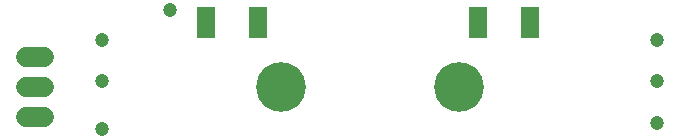
<source format=gbr>
G04 EAGLE Gerber X2 export*
%TF.Part,Single*%
%TF.FileFunction,Soldermask,Bot,1*%
%TF.FilePolarity,Negative*%
%TF.GenerationSoftware,Autodesk,EAGLE,9.1.0*%
%TF.CreationDate,2020-06-24T00:01:39Z*%
G75*
%MOMM*%
%FSLAX34Y34*%
%LPD*%
%AMOC8*
5,1,8,0,0,1.08239X$1,22.5*%
G01*
%ADD10R,1.603200X0.653200*%
%ADD11C,1.727200*%
%ADD12C,1.203200*%
%ADD13C,4.203200*%


D10*
X232000Y209750D03*
X232000Y203250D03*
X232000Y196750D03*
X232000Y190250D03*
X188000Y190250D03*
X188000Y196750D03*
X188000Y203250D03*
X188000Y209750D03*
X462000Y209750D03*
X462000Y203250D03*
X462000Y196750D03*
X462000Y190250D03*
X418000Y190250D03*
X418000Y196750D03*
X418000Y203250D03*
X418000Y209750D03*
D11*
X51120Y119600D02*
X35880Y119600D01*
X35880Y145000D02*
X51120Y145000D01*
X51120Y170400D02*
X35880Y170400D01*
D12*
X100000Y185000D03*
X570000Y115000D03*
X100000Y110000D03*
X570000Y185000D03*
X570000Y150000D03*
X100000Y150000D03*
D13*
X251800Y145000D03*
D12*
X157500Y210000D03*
D13*
X401800Y145000D03*
M02*

</source>
